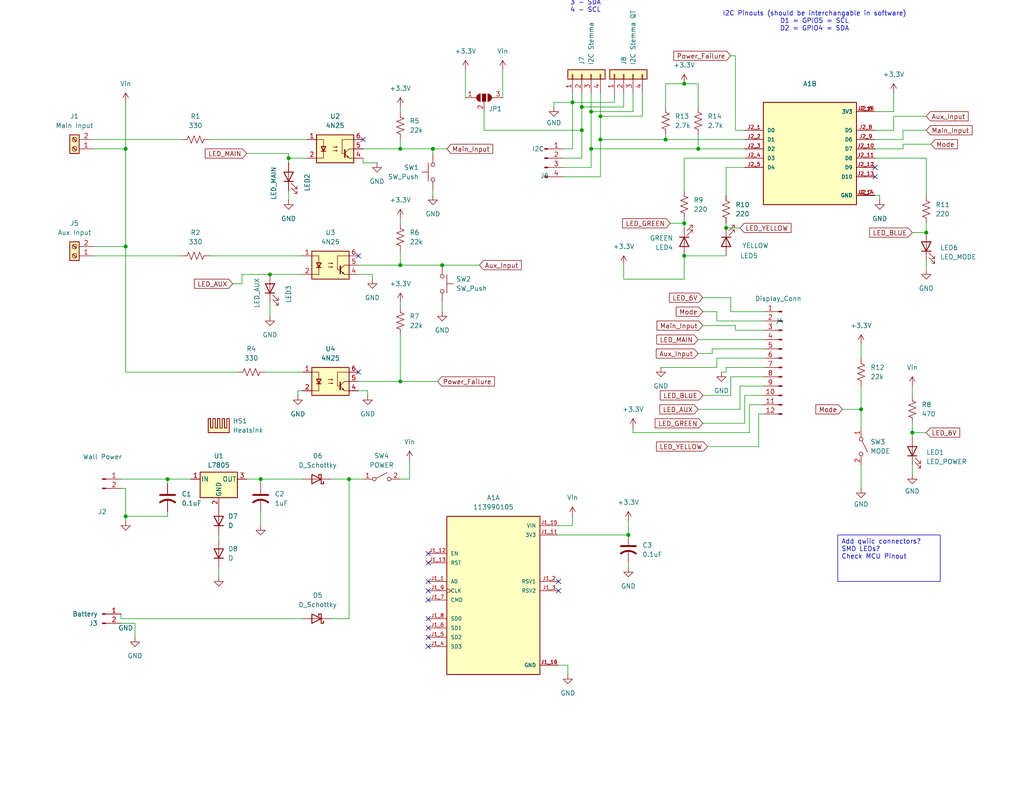
<source format=kicad_sch>
(kicad_sch (version 20250114) (generator "eeschema") (generator_version "9.0")
  (paper "USLetter")
  (title_block (title "Sump Pump Monitor") (date "2025-04-08") (rev "1.0"))
  (lib_symbols
    (symbol "Connector:Conn_01x02_Pin" (pin_names (offset 1.016) (hide yes))
      (property "Reference" "J" (at 0 2.54 0))
      (property "Value" "Conn_01x02_Pin" (at 0 -5.08 0))
      (symbol "Conn_01x02_Pin_1_1"
        (pin passive line (at 5.08 0 180) (length 3.81) (name "Pin_1") (number "1"))
        (pin passive line (at 5.08 -2.54 180) (length 3.81) (name "Pin_2") (number "2"))
      )
    )
    (symbol "Connector:Conn_01x04_Pin" (pin_names (offset 1.016) (hide yes))
      (property "Reference" "J" (at 0 5.08 0))
      (property "Value" "Conn_01x04_Pin" (at 0 -7.62 0))
      (symbol "Conn_01x04_Pin_1_1"
        (pin passive line (at 5.08 2.54 180) (length 3.81) (name "Pin_1") (number "1"))
        (pin passive line (at 5.08 0 180) (length 3.81) (name "Pin_2") (number "2"))
        (pin passive line (at 5.08 -2.54 180) (length 3.81) (name "Pin_3") (number "3"))
        (pin passive line (at 5.08 -5.08 180) (length 3.81) (name "Pin_4") (number "4"))
      )
    )
    (symbol "Connector:Conn_01x12_Pin" (pin_names (offset 1.016) (hide yes))
      (property "Reference" "J" (at 0 15.24 0))
      (property "Value" "Conn_01x12_Pin" (at 0 -17.78 0))
      (symbol "Conn_01x12_Pin_1_1"
        (pin passive line (at 5.08 12.7 180) (length 3.81) (name "Pin_1") (number "1"))
        (pin passive line (at 5.08 10.16 180) (length 3.81) (name "Pin_2") (number "2"))
        (pin passive line (at 5.08 7.62 180) (length 3.81) (name "Pin_3") (number "3"))
        (pin passive line (at 5.08 5.08 180) (length 3.81) (name "Pin_4") (number "4"))
        (pin passive line (at 5.08 2.54 180) (length 3.81) (name "Pin_5") (number "5"))
        (pin passive line (at 5.08 0 180) (length 3.81) (name "Pin_6") (number "6"))
        (pin passive line (at 5.08 -2.54 180) (length 3.81) (name "Pin_7") (number "7"))
        (pin passive line (at 5.08 -5.08 180) (length 3.81) (name "Pin_8") (number "8"))
        (pin passive line (at 5.08 -7.62 180) (length 3.81) (name "Pin_9") (number "9"))
        (pin passive line (at 5.08 -10.16 180) (length 3.81) (name "Pin_10") (number "10"))
        (pin passive line (at 5.08 -12.7 180) (length 3.81) (name "Pin_11") (number "11"))
        (pin passive line (at 5.08 -15.24 180) (length 3.81) (name "Pin_12") (number "12"))
      )
    )
    (symbol "Connector:Screw_Terminal_01x02" (pin_names (offset 1.016) (hide yes))
      (property "Reference" "J" (at 0 2.54 0))
      (property "Value" "Screw_Terminal_01x02" (at 0 -5.08 0))
      (symbol "Screw_Terminal_01x02_1_1"
        (pin passive line (at -5.08 0 0) (length 3.81) (name "Pin_1") (number "1"))
        (pin passive line (at -5.08 -2.54 0) (length 3.81) (name "Pin_2") (number "2"))
      )
    )
    (symbol "Connector_Generic:Conn_01x04" (pin_names (offset 1.016) (hide yes))
      (property "Reference" "J" (at 0 5.08 0))
      (property "Value" "Conn_01x04" (at 0 -7.62 0))
      (symbol "Conn_01x04_1_1"
        (pin passive line (at -5.08 2.54 0) (length 3.81) (name "Pin_1") (number "1"))
        (pin passive line (at -5.08 0 0) (length 3.81) (name "Pin_2") (number "2"))
        (pin passive line (at -5.08 -2.54 0) (length 3.81) (name "Pin_3") (number "3"))
        (pin passive line (at -5.08 -5.08 0) (length 3.81) (name "Pin_4") (number "4"))
      )
    )
    (symbol "Device:C_US" (pin_numbers (hide yes)) (pin_names (offset 0.254) (hide yes))
      (property "Reference" "C" (at 0.635 2.54 0))
      (property "Value" "C_US" (at 0.635 -2.54 0))
      (symbol "C_US_1_1"
        (pin passive line (at 0 3.81 270) (length 2.794) (name "~") (number "1"))
        (pin passive line (at 0 -3.81 90) (length 3.302) (name "~") (number "2"))
      )
    )
    (symbol "Device:D" (pin_numbers (hide yes)) (pin_names (offset 1.016) (hide yes))
      (property "Reference" "D" (at 0 2.54 0))
      (property "Value" "D" (at 0 -2.54 0))
      (symbol "D_1_1"
        (pin passive line (at -3.81 0 0) (length 2.54) (name "K") (number "1"))
        (pin passive line (at 3.81 0 180) (length 2.54) (name "A") (number "2"))
      )
    )
    (symbol "Device:D_Schottky" (pin_numbers (hide yes)) (pin_names (offset 1.016) (hide yes))
      (property "Reference" "D" (at 0 2.54 0))
      (property "Value" "D_Schottky" (at 0 -2.54 0))
      (symbol "D_Schottky_1_1"
        (pin passive line (at -3.81 0 0) (length 2.54) (name "K") (number "1"))
        (pin passive line (at 3.81 0 180) (length 2.54) (name "A") (number "2"))
      )
    )
    (symbol "Device:LED" (pin_numbers (hide yes)) (pin_names (offset 1.016) (hide yes))
      (property "Reference" "D" (at 0 2.54 0))
      (property "Value" "LED" (at 0 -2.54 0))
      (symbol "LED_1_1"
        (pin passive line (at -3.81 0 0) (length 2.54) (name "K") (number "1"))
        (pin passive line (at 3.81 0 180) (length 2.54) (name "A") (number "2"))
      )
    )
    (symbol "Device:R_US" (pin_numbers (hide yes)) (pin_names (offset 0))
      (property "Reference" "R" (at 2.54 0 90))
      (property "Value" "R_US" (at -2.54 0 90))
      (symbol "R_US_1_1"
        (pin passive line (at 0 3.81 270) (length 1.27) (name "~") (number "1"))
        (pin passive line (at 0 -3.81 90) (length 1.27) (name "~") (number "2"))
      )
    )
    (symbol "Isolator:4N25" (pin_names (offset 1.016))
      (property "Reference" "U" (at -5.08 5.08 0))
      (property "Value" "4N25" (at 0 5.08 0))
      (symbol "4N25_1_1"
        (pin passive line (at -7.62 2.54 0) (length 2.54) (name "~") (number "1"))
        (pin passive line (at -7.62 -2.54 0) (length 2.54) (name "~") (number "2"))
        (pin no_connect line (at -5.08 0 0) (length 2.54) (hide yes) (name "NC") (number "3"))
        (pin passive line (at 7.62 2.54 180) (length 2.54) (name "~") (number "6"))
        (pin passive line (at 7.62 0 180) (length 2.54) (name "~") (number "5"))
        (pin passive line (at 7.62 -2.54 180) (length 2.54) (name "~") (number "4"))
      )
    )
    (symbol "Jumper:SolderJumper_3_Open" (pin_names (offset 0) (hide yes)) (in_bom no)
      (property "Reference" "JP" (at -2.54 -2.54 0))
      (property "Value" "SolderJumper_3_Open" (at 0 2.794 0))
      (symbol "SolderJumper_3_Open_1_1"
        (pin passive line (at -5.08 0 0) (length 2.54) (name "A") (number "1"))
        (pin passive line (at 0 -3.81 90) (length 2.54) (name "C") (number "2"))
        (pin passive line (at 5.08 0 180) (length 2.54) (name "B") (number "3"))
      )
    )
    (symbol "Mechanical:Heatsink" (pin_names (offset 1.016))
      (property "Reference" "HS" (at 0 5.08 0))
      (property "Value" "Heatsink" (at 0 -1.27 0))
    )
    (symbol "Mechanical:MountingHole" (pin_names (offset 1.016)) (in_bom no)
      (property "Reference" "H" (at 0 5.08 0))
      (property "Value" "MountingHole" (at 0 3.175 0))
    )
    (symbol "NodeMCU:113990105" (pin_names (offset 1.016))
      (property "Reference" "A" (at -12.7 21.59 0))
      (property "Value" "113990105" (at -12.7 -24.13 0))
      (symbol "113990105_1_0"
        (pin input line (at -17.78 10.16 0) (length 5.08) (name "EN") (number "J1_12"))
        (pin input line (at -17.78 7.62 0) (length 5.08) (name "RST") (number "J1_13"))
        (pin bidirectional line (at -17.78 2.54 0) (length 5.08) (name "A0") (number "J1_1"))
        (pin bidirectional clock (at -17.78 0 0) (length 5.08) (name "CLK") (number "J1_9"))
        (pin bidirectional line (at -17.78 -2.54 0) (length 5.08) (name "CMD") (number "J1_7"))
        (pin bidirectional line (at -17.78 -7.62 0) (length 5.08) (name "SD0") (number "J1_8"))
        (pin bidirectional line (at -17.78 -10.16 0) (length 5.08) (name "SD1") (number "J1_6"))
        (pin bidirectional line (at -17.78 -12.7 0) (length 5.08) (name "SD2") (number "J1_5"))
        (pin bidirectional line (at -17.78 -15.24 0) (length 5.08) (name "SD3") (number "J1_4"))
        (pin power_in line (at 17.78 17.78 180) (length 5.08) (name "VIN") (number "J1_15"))
        (pin power_in line (at 17.78 15.24 180) (length 5.08) (name "3V3") (number "J1_11"))
        (pin bidirectional line (at 17.78 2.54 180) (length 5.08) (name "RSV1") (number "J1_2"))
        (pin bidirectional line (at 17.78 0 180) (length 5.08) (name "RSV2") (number "J1_3"))
        (pin power_in line (at 17.78 -20.32 180) (length 5.08) (name "GND") (number "J1_10"))
        (pin power_in line (at 17.78 -20.32 180) (length 5.08) (name "GND") (number "J1_14"))
      )
      (symbol "113990105_2_0"
        (pin bidirectional line (at -17.78 5.08 0) (length 5.08) (name "D0") (number "J2_1"))
        (pin bidirectional line (at -17.78 2.54 0) (length 5.08) (name "D1") (number "J2_2"))
        (pin bidirectional line (at -17.78 0 0) (length 5.08) (name "D2") (number "J2_3"))
        (pin bidirectional line (at -17.78 -2.54 0) (length 5.08) (name "D3") (number "J2_4"))
        (pin bidirectional line (at -17.78 -5.08 0) (length 5.08) (name "D4") (number "J2_5"))
        (pin power_in line (at 17.78 10.16 180) (length 5.08) (name "3V3") (number "J2_15"))
        (pin power_in line (at 17.78 10.16 180) (length 5.08) (name "3V3") (number "J2_6"))
        (pin bidirectional line (at 17.78 5.08 180) (length 5.08) (name "D5") (number "J2_8"))
        (pin bidirectional line (at 17.78 2.54 180) (length 5.08) (name "D6") (number "J2_9"))
        (pin bidirectional line (at 17.78 0 180) (length 5.08) (name "D7") (number "J2_10"))
        (pin bidirectional line (at 17.78 -2.54 180) (length 5.08) (name "D8") (number "J2_11"))
        (pin bidirectional line (at 17.78 -5.08 180) (length 5.08) (name "D9") (number "J2_12"))
        (pin bidirectional line (at 17.78 -7.62 180) (length 5.08) (name "D10") (number "J2_13"))
        (pin power_in line (at 17.78 -12.7 180) (length 5.08) (name "GND") (number "J2_14"))
        (pin power_in line (at 17.78 -12.7 180) (length 5.08) (name "GND") (number "J2_7"))
      )
    )
    (symbol "Regulator_Linear:L7805" (pin_names (offset 0.254))
      (property "Reference" "U" (at -3.81 3.175 0))
      (property "Value" "L7805" (at 0 3.175 0))
      (symbol "L7805_1_1"
        (pin power_in line (at -7.62 0 0) (length 2.54) (name "IN") (number "1"))
        (pin power_in line (at 0 -7.62 90) (length 2.54) (name "GND") (number "2"))
        (pin power_out line (at 7.62 0 180) (length 2.54) (name "OUT") (number "3"))
      )
    )
    (symbol "Switch:SW_Push" (pin_numbers (hide yes)) (pin_names (offset 1.016) (hide yes))
      (property "Reference" "SW" (at 1.27 2.54 0))
      (property "Value" "SW_Push" (at 0 -1.524 0))
      (symbol "SW_Push_0_1"
        (pin passive line (at -5.08 0 0) (length 2.54) (name "1") (number "1"))
        (pin passive line (at 5.08 0 180) (length 2.54) (name "2") (number "2"))
      )
    )
    (symbol "Switch:SW_SPST" (pin_names (offset 0) (hide yes))
      (property "Reference" "SW" (at 0 3.175 0))
      (property "Value" "SW_SPST" (at 0 -2.54 0))
      (symbol "SW_SPST_1_1"
        (pin passive line (at -5.08 0 0) (length 2.54) (name "A") (number "1"))
        (pin passive line (at 5.08 0 180) (length 2.54) (name "B") (number "2"))
      )
    )
    (symbol "power:+3.3V" (power) (pin_numbers (hide yes)) (pin_names (offset 0) (hide yes))
      (property "Value" "+3.3V" (at 0 3.556 0))
      (symbol "+3.3V_1_1"
        (pin power_in line (at 0 0 90) (length 0) (name "~") (number "1"))
      )
    )
    (symbol "power:+5V" (power) (pin_numbers (hide yes)) (pin_names (offset 0) (hide yes))
      (property "Value" "+5V" (at 0 3.556 0))
      (symbol "+5V_1_1"
        (pin power_in line (at 0 0 90) (length 0) (name "~") (number "1"))
      )
    )
    (symbol "power:GND" (power) (pin_numbers (hide yes)) (pin_names (offset 0) (hide yes))
      (property "Value" "GND" (at 0 -3.81 0))
      (symbol "GND_1_1"
        (pin power_in line (at 0 0 270) (length 0) (name "~") (number "1"))
      )
    )
  )
  (text "Stemma = JST SH (2 mm pitch)\nStemma QT / Qwiic = JST PH (1 mm pitch)\n1 - GND\n2 - VCC\n3 - SDA\n4 - SCL\n" (at 159.766 -2.286 0) (effects (font (size 1.27 1.27))))
  (text "I2C Pinouts (should be interchangable in software)\nD1 = GPIO5 = SCL\nD2 = GPIO4 = SDA" (at 222.25 5.842 0) (effects (font (size 1.27 1.27))))
  (text_box "Add qwiic connectors?\nSMD LEDs?\nCheck MCU Pinout" (at 228.6 146.05 0) (size 27.94 12.7) (margins 0.9525 0.9525 0.9525 0.9525) (effects (font (size 1.27 1.27)) (justify left top)))
  (junction (at 234.95 111.76))
  (junction (at 95.25 130.81))
  (junction (at 161.29 40.64))
  (junction (at 186.69 69.85))
  (junction (at 186.69 60.96))
  (junction (at 34.29 67.31))
  (junction (at 45.72 130.81))
  (junction (at 163.83 38.1))
  (junction (at 109.22 40.64))
  (junction (at 198.12 62.23))
  (junction (at 71.12 130.81))
  (junction (at 252.73 63.5))
  (junction (at 73.66 74.93))
  (junction (at 120.65 72.39))
  (junction (at 158.75 29.21))
  (junction (at 118.11 40.64))
  (junction (at 109.22 72.39))
  (junction (at 156.21 27.94))
  (junction (at 161.29 30.48))
  (junction (at 109.22 104.14))
  (junction (at 34.29 40.64))
  (junction (at 78.74 43.18))
  (junction (at 34.29 140.97))
  (junction (at 158.75 35.56))
  (junction (at 171.45 146.05))
  (junction (at 186.69 22.86))
  (junction (at 163.83 31.75))
  (junction (at 181.61 38.1))
  (junction (at 248.92 118.11))
  (junction (at 190.5 40.64))
  (no_connect (at 116.84 161.29))
  (no_connect (at 238.76 45.72))
  (no_connect (at 152.4 158.75))
  (no_connect (at 116.84 171.45))
  (no_connect (at 116.84 176.53))
  (no_connect (at 116.84 173.99))
  (no_connect (at 116.84 153.67))
  (no_connect (at 116.84 158.75))
  (no_connect (at 238.76 48.26))
  (no_connect (at 116.84 151.13))
  (no_connect (at 97.79 101.6))
  (no_connect (at 99.06 38.1))
  (no_connect (at 97.79 69.85))
  (no_connect (at 116.84 168.91))
  (no_connect (at 152.4 161.29))
  (no_connect (at 116.84 163.83))
  (wire (pts (xy 152.4 143.51) (xy 156.21 143.51)))
  (wire (pts (xy 158.75 29.21) (xy 158.75 25.4)))
  (wire (pts (xy 36.83 170.18) (xy 36.83 173.99)))
  (wire (pts (xy 109.22 82.55) (xy 109.22 83.82)))
  (wire (pts (xy 67.31 130.81) (xy 71.12 130.81)))
  (wire (pts (xy 59.69 146.05) (xy 59.69 147.32)))
  (wire (pts (xy 161.29 45.72) (xy 161.29 40.64)))
  (wire (pts (xy 208.28 87.63) (xy 195.58 87.63)))
  (wire (pts (xy 156.21 40.64) (xy 156.21 27.94)))
  (wire (pts (xy 195.58 87.63) (xy 195.58 85.09)))
  (wire (pts (xy 167.64 25.4) (xy 167.64 27.94)))
  (wire (pts (xy 151.13 29.21) (xy 151.13 27.94)))
  (wire (pts (xy 34.29 40.64) (xy 34.29 67.31)))
  (wire (pts (xy 234.95 127) (xy 234.95 133.35)))
  (wire (pts (xy 154.94 184.15) (xy 154.94 181.61)))
  (wire (pts (xy 102.87 44.45) (xy 99.06 44.45)))
  (wire (pts (xy 234.95 111.76) (xy 229.87 111.76)))
  (wire (pts (xy 34.29 133.35) (xy 34.29 140.97)))
  (wire (pts (xy 109.22 130.81) (xy 111.76 130.81)))
  (wire (pts (xy 73.66 74.93) (xy 82.55 74.93)))
  (wire (pts (xy 246.38 35.56) (xy 252.73 35.56)))
  (wire (pts (xy 33.02 167.64) (xy 33.02 168.91)))
  (wire (pts (xy 204.47 110.49) (xy 208.28 110.49)))
  (wire (pts (xy 99.06 40.64) (xy 109.22 40.64)))
  (wire (pts (xy 137.16 19.05) (xy 137.16 26.67)))
  (wire (pts (xy 199.39 102.87) (xy 208.28 102.87)))
  (wire (pts (xy 163.83 38.1) (xy 181.61 38.1)))
  (wire (pts (xy 198.12 100.33) (xy 198.12 101.6)))
  (wire (pts (xy 82.55 130.81) (xy 71.12 130.81)))
  (wire (pts (xy 240.03 54.61) (xy 240.03 53.34)))
  (wire (pts (xy 181.61 38.1) (xy 203.2 38.1)))
  (wire (pts (xy 34.29 101.6) (xy 34.29 67.31)))
  (wire (pts (xy 190.5 111.76) (xy 201.93 111.76)))
  (wire (pts (xy 161.29 30.48) (xy 161.29 40.64)))
  (wire (pts (xy 101.6 76.2) (xy 101.6 74.93)))
  (wire (pts (xy 118.11 52.07) (xy 118.11 53.34)))
  (wire (pts (xy 171.45 146.05) (xy 152.4 146.05)))
  (wire (pts (xy 254 39.37) (xy 246.38 39.37)))
  (wire (pts (xy 170.18 25.4) (xy 170.18 29.21)))
  (wire (pts (xy 64.77 101.6) (xy 34.29 101.6)))
  (wire (pts (xy 190.5 29.21) (xy 190.5 22.86)))
  (wire (pts (xy 182.88 60.96) (xy 186.69 60.96)))
  (wire (pts (xy 163.83 31.75) (xy 163.83 38.1)))
  (wire (pts (xy 109.22 40.64) (xy 118.11 40.64)))
  (wire (pts (xy 71.12 139.7) (xy 71.12 143.51)))
  (wire (pts (xy 158.75 35.56) (xy 158.75 43.18)))
  (wire (pts (xy 172.72 25.4) (xy 172.72 30.48)))
  (wire (pts (xy 45.72 130.81) (xy 45.72 132.08)))
  (wire (pts (xy 171.45 142.24) (xy 171.45 146.05)))
  (wire (pts (xy 109.22 104.14) (xy 119.38 104.14)))
  (wire (pts (xy 234.95 111.76) (xy 234.95 116.84)))
  (wire (pts (xy 95.25 130.81) (xy 95.25 168.91)))
  (wire (pts (xy 132.08 35.56) (xy 158.75 35.56)))
  (wire (pts (xy 170.18 29.21) (xy 158.75 29.21)))
  (wire (pts (xy 78.74 43.18) (xy 78.74 44.45)))
  (wire (pts (xy 190.5 92.71) (xy 208.28 92.71)))
  (wire (pts (xy 33.02 133.35) (xy 34.29 133.35)))
  (wire (pts (xy 191.77 88.9) (xy 200.66 88.9)))
  (wire (pts (xy 198.12 45.72) (xy 198.12 53.34)))
  (wire (pts (xy 195.58 97.79) (xy 208.28 97.79)))
  (wire (pts (xy 243.84 35.56) (xy 243.84 31.75)))
  (wire (pts (xy 200.66 88.9) (xy 200.66 90.17)))
  (wire (pts (xy 90.17 130.81) (xy 95.25 130.81)))
  (wire (pts (xy 109.22 68.58) (xy 109.22 72.39)))
  (wire (pts (xy 100.33 107.95) (xy 100.33 106.68)))
  (wire (pts (xy 186.69 60.96) (xy 186.69 62.23)))
  (wire (pts (xy 198.12 62.23) (xy 201.93 62.23)))
  (wire (pts (xy 194.31 96.52) (xy 190.5 96.52)))
  (wire (pts (xy 45.72 139.7) (xy 45.72 140.97)))
  (wire (pts (xy 171.45 153.67) (xy 171.45 154.94)))
  (wire (pts (xy 234.95 93.98) (xy 234.95 97.79)))
  (wire (pts (xy 181.61 36.83) (xy 181.61 38.1)))
  (wire (pts (xy 34.29 27.94) (xy 34.29 40.64)))
  (wire (pts (xy 156.21 25.4) (xy 156.21 27.94)))
  (wire (pts (xy 72.39 101.6) (xy 82.55 101.6)))
  (wire (pts (xy 66.04 74.93) (xy 73.66 74.93)))
  (wire (pts (xy 57.15 38.1) (xy 83.82 38.1)))
  (wire (pts (xy 199.39 107.95) (xy 199.39 102.87)))
  (wire (pts (xy 246.38 35.56) (xy 246.38 38.1)))
  (wire (pts (xy 246.38 38.1) (xy 238.76 38.1)))
  (wire (pts (xy 25.4 40.64) (xy 34.29 40.64)))
  (wire (pts (xy 109.22 29.21) (xy 109.22 30.48)))
  (wire (pts (xy 191.77 107.95) (xy 199.39 107.95)))
  (wire (pts (xy 180.34 100.33) (xy 195.58 100.33)))
  (wire (pts (xy 45.72 130.81) (xy 52.07 130.81)))
  (wire (pts (xy 200.66 35.56) (xy 203.2 35.56)))
  (wire (pts (xy 243.84 30.48) (xy 243.84 25.4)))
  (wire (pts (xy 57.15 69.85) (xy 82.55 69.85)))
  (wire (pts (xy 78.74 41.91) (xy 78.74 43.18)))
  (wire (pts (xy 158.75 29.21) (xy 158.75 35.56)))
  (wire (pts (xy 81.28 106.68) (xy 81.28 107.95)))
  (wire (pts (xy 191.77 115.57) (xy 203.2 115.57)))
  (wire (pts (xy 186.69 22.86) (xy 181.61 22.86)))
  (wire (pts (xy 207.01 113.03) (xy 208.28 113.03)))
  (wire (pts (xy 127 19.05) (xy 127 26.67)))
  (wire (pts (xy 240.03 53.34) (xy 238.76 53.34)))
  (wire (pts (xy 181.61 22.86) (xy 181.61 29.21)))
  (wire (pts (xy 120.65 72.39) (xy 130.81 72.39)))
  (wire (pts (xy 200.66 90.17) (xy 208.28 90.17)))
  (wire (pts (xy 238.76 30.48) (xy 243.84 30.48)))
  (wire (pts (xy 190.5 40.64) (xy 203.2 40.64)))
  (wire (pts (xy 78.74 52.07) (xy 78.74 54.61)))
  (wire (pts (xy 25.4 67.31) (xy 34.29 67.31)))
  (wire (pts (xy 200.66 15.24) (xy 200.66 35.56)))
  (wire (pts (xy 161.29 40.64) (xy 190.5 40.64)))
  (wire (pts (xy 208.28 100.33) (xy 198.12 100.33)))
  (wire (pts (xy 90.17 168.91) (xy 95.25 168.91)))
  (wire (pts (xy 193.04 121.92) (xy 207.01 121.92)))
  (wire (pts (xy 172.72 30.48) (xy 161.29 30.48)))
  (wire (pts (xy 208.28 95.25) (xy 194.31 95.25)))
  (wire (pts (xy 33.02 168.91) (xy 82.55 168.91)))
  (wire (pts (xy 203.2 115.57) (xy 203.2 107.95)))
  (wire (pts (xy 201.93 111.76) (xy 201.93 105.41)))
  (wire (pts (xy 34.29 142.24) (xy 34.29 140.97)))
  (wire (pts (xy 97.79 72.39) (xy 109.22 72.39)))
  (wire (pts (xy 120.65 82.55) (xy 120.65 85.09)))
  (wire (pts (xy 248.92 105.41) (xy 248.92 107.95)))
  (wire (pts (xy 248.92 127) (xy 248.92 129.54)))
  (wire (pts (xy 59.69 154.94) (xy 59.69 157.48)))
  (wire (pts (xy 252.73 43.18) (xy 252.73 53.34)))
  (wire (pts (xy 252.73 60.96) (xy 252.73 63.5)))
  (wire (pts (xy 71.12 130.81) (xy 71.12 132.08)))
  (wire (pts (xy 170.18 72.39) (xy 170.18 76.2)))
  (wire (pts (xy 25.4 69.85) (xy 49.53 69.85)))
  (wire (pts (xy 163.83 48.26) (xy 163.83 38.1)))
  (wire (pts (xy 167.64 27.94) (xy 156.21 27.94)))
  (wire (pts (xy 101.6 74.93) (xy 97.79 74.93)))
  (wire (pts (xy 67.31 41.91) (xy 78.74 41.91)))
  (wire (pts (xy 243.84 31.75) (xy 252.73 31.75)))
  (wire (pts (xy 194.31 95.25) (xy 194.31 96.52)))
  (wire (pts (xy 199.39 85.09) (xy 208.28 85.09)))
  (wire (pts (xy 198.12 101.6) (xy 196.85 101.6)))
  (wire (pts (xy 175.26 31.75) (xy 163.83 31.75)))
  (wire (pts (xy 78.74 43.18) (xy 83.82 43.18)))
  (wire (pts (xy 172.72 118.11) (xy 204.47 118.11)))
  (wire (pts (xy 36.83 170.18) (xy 33.02 170.18)))
  (wire (pts (xy 248.92 118.11) (xy 252.73 118.11)))
  (wire (pts (xy 163.83 25.4) (xy 163.83 31.75)))
  (wire (pts (xy 153.67 45.72) (xy 161.29 45.72)))
  (wire (pts (xy 63.5 77.47) (xy 66.04 77.47)))
  (wire (pts (xy 186.69 43.18) (xy 186.69 52.07)))
  (wire (pts (xy 190.5 22.86) (xy 186.69 22.86)))
  (wire (pts (xy 154.94 181.61) (xy 152.4 181.61)))
  (wire (pts (xy 238.76 35.56) (xy 243.84 35.56)))
  (wire (pts (xy 156.21 143.51) (xy 156.21 140.97)))
  (wire (pts (xy 199.39 15.24) (xy 200.66 15.24)))
  (wire (pts (xy 198.12 45.72) (xy 203.2 45.72)))
  (wire (pts (xy 207.01 121.92) (xy 207.01 113.03)))
  (wire (pts (xy 132.08 30.48) (xy 132.08 35.56)))
  (wire (pts (xy 111.76 130.81) (xy 111.76 125.73)))
  (wire (pts (xy 190.5 36.83) (xy 190.5 40.64)))
  (wire (pts (xy 248.92 118.11) (xy 248.92 119.38)))
  (wire (pts (xy 203.2 107.95) (xy 208.28 107.95)))
  (wire (pts (xy 191.77 81.28) (xy 199.39 81.28)))
  (wire (pts (xy 186.69 59.69) (xy 186.69 60.96)))
  (wire (pts (xy 73.66 82.55) (xy 73.66 86.36)))
  (wire (pts (xy 153.67 43.18) (xy 158.75 43.18)))
  (wire (pts (xy 109.22 59.69) (xy 109.22 60.96)))
  (wire (pts (xy 246.38 40.64) (xy 238.76 40.64)))
  (wire (pts (xy 186.69 76.2) (xy 186.69 69.85)))
  (wire (pts (xy 82.55 106.68) (xy 81.28 106.68)))
  (wire (pts (xy 97.79 104.14) (xy 109.22 104.14)))
  (wire (pts (xy 25.4 38.1) (xy 49.53 38.1)))
  (wire (pts (xy 109.22 104.14) (xy 109.22 91.44)))
  (wire (pts (xy 161.29 25.4) (xy 161.29 30.48)))
  (wire (pts (xy 204.47 118.11) (xy 204.47 110.49)))
  (wire (pts (xy 195.58 85.09) (xy 191.77 85.09)))
  (wire (pts (xy 66.04 77.47) (xy 66.04 74.93)))
  (wire (pts (xy 252.73 63.5) (xy 248.92 63.5)))
  (wire (pts (xy 234.95 105.41) (xy 234.95 111.76)))
  (wire (pts (xy 99.06 44.45) (xy 99.06 43.18)))
  (wire (pts (xy 118.11 40.64) (xy 121.92 40.64)))
  (wire (pts (xy 186.69 43.18) (xy 203.2 43.18)))
  (wire (pts (xy 153.67 48.26) (xy 163.83 48.26)))
  (wire (pts (xy 198.12 60.96) (xy 198.12 62.23)))
  (wire (pts (xy 170.18 76.2) (xy 186.69 76.2)))
  (wire (pts (xy 95.25 130.81) (xy 99.06 130.81)))
  (wire (pts (xy 109.22 38.1) (xy 109.22 40.64)))
  (wire (pts (xy 252.73 43.18) (xy 238.76 43.18)))
  (wire (pts (xy 186.69 69.85) (xy 198.12 69.85)))
  (wire (pts (xy 33.02 130.81) (xy 45.72 130.81)))
  (wire (pts (xy 248.92 115.57) (xy 248.92 118.11)))
  (wire (pts (xy 175.26 25.4) (xy 175.26 31.75)))
  (wire (pts (xy 246.38 39.37) (xy 246.38 40.64)))
  (wire (pts (xy 34.29 140.97) (xy 45.72 140.97)))
  (wire (pts (xy 153.67 40.64) (xy 156.21 40.64)))
  (wire (pts (xy 151.13 27.94) (xy 156.21 27.94)))
  (wire (pts (xy 118.11 41.91) (xy 118.11 40.64)))
  (wire (pts (xy 199.39 81.28) (xy 199.39 85.09)))
  (wire (pts (xy 195.58 100.33) (xy 195.58 97.79)))
  (wire (pts (xy 201.93 105.41) (xy 208.28 105.41)))
  (wire (pts (xy 109.22 72.39) (xy 120.65 72.39)))
  (wire (pts (xy 252.73 71.12) (xy 252.73 73.66)))
  (wire (pts (xy 100.33 106.68) (xy 97.79 106.68)))
  (wire (pts (xy 172.72 116.84) (xy 172.72 118.11)))
  (global_label "LED_AUX" (shape input) (at 63.5 77.47 180) (property "Intersheetrefs" "${INTERSHEET_REFS}" (effects (hide yes))))
  (global_label "Mode" (shape input) (at 254 39.37 0) (property "Intersheetrefs" "${INTERSHEET_REFS}" (effects (hide yes))))
  (global_label "Power_Failure" (shape input) (at 199.39 15.24 180) (property "Intersheetrefs" "${INTERSHEET_REFS}" (effects (hide yes))))
  (global_label "LED_MAIN" (shape input) (at 190.5 92.71 180) (property "Intersheetrefs" "${INTERSHEET_REFS}" (effects (hide yes))))
  (global_label "LED_AUX" (shape input) (at 190.5 111.76 180) (property "Intersheetrefs" "${INTERSHEET_REFS}" (effects (hide yes))))
  (global_label "LED_MAIN" (shape input) (at 67.31 41.91 180) (property "Intersheetrefs" "${INTERSHEET_REFS}" (effects (hide yes))))
  (global_label "Aux_Input" (shape input) (at 130.81 72.39 0) (property "Intersheetrefs" "${INTERSHEET_REFS}" (effects (hide yes))))
  (global_label "LED_GREEN" (shape input) (at 191.77 115.57 180) (property "Intersheetrefs" "${INTERSHEET_REFS}" (effects (hide yes))))
  (global_label "LED_6V" (shape input) (at 191.77 81.28 180) (property "Intersheetrefs" "${INTERSHEET_REFS}" (effects (hide yes))))
  (global_label "LED_YELLOW" (shape input) (at 201.93 62.23 0) (property "Intersheetrefs" "${INTERSHEET_REFS}" (effects (hide yes))))
  (global_label "LED_BLUE" (shape input) (at 191.77 107.95 180) (property "Intersheetrefs" "${INTERSHEET_REFS}" (effects (hide yes))))
  (global_label "LED_6V" (shape input) (at 252.73 118.11 0) (property "Intersheetrefs" "${INTERSHEET_REFS}" (effects (hide yes))))
  (global_label "Power_Failure" (shape input) (at 119.38 104.14 0) (property "Intersheetrefs" "${INTERSHEET_REFS}" (effects (hide yes))))
  (global_label "LED_BLUE" (shape input) (at 248.92 63.5 180) (property "Intersheetrefs" "${INTERSHEET_REFS}" (effects (hide yes))))
  (global_label "Aux_Input" (shape input) (at 252.73 31.75 0) (property "Intersheetrefs" "${INTERSHEET_REFS}" (effects (hide yes))))
  (global_label "Aux_Input" (shape input) (at 190.5 96.52 180) (property "Intersheetrefs" "${INTERSHEET_REFS}" (effects (hide yes))))
  (global_label "Main_Input" (shape input) (at 252.73 35.56 0) (property "Intersheetrefs" "${INTERSHEET_REFS}" (effects (hide yes))))
  (global_label "Mode" (shape input) (at 191.77 85.09 180) (property "Intersheetrefs" "${INTERSHEET_REFS}" (effects (hide yes))))
  (global_label "Mode" (shape input) (at 229.87 111.76 180) (property "Intersheetrefs" "${INTERSHEET_REFS}" (effects (hide yes))))
  (global_label "LED_YELLOW" (shape input) (at 193.04 121.92 180) (property "Intersheetrefs" "${INTERSHEET_REFS}" (effects (hide yes))))
  (global_label "LED_GREEN" (shape input) (at 182.88 60.96 180) (property "Intersheetrefs" "${INTERSHEET_REFS}" (effects (hide yes))))
  (global_label "Main_Input" (shape input) (at 191.77 88.9 180) (property "Intersheetrefs" "${INTERSHEET_REFS}" (effects (hide yes))))
  (global_label "Main_Input" (shape input) (at 121.92 40.64 0) (property "Intersheetrefs" "${INTERSHEET_REFS}" (effects (hide yes))))
  (symbol (lib_id "power:+3.3V") (at 109.22 59.69 0) (unit 1)
    (property "Reference" "#PWR09" (effects (hide yes)))
    (property "Value" "+3.3V" (at 109.22 54.61 0))
    (property "Description" "Power symbol creates a global label with name \"+3.3V\"" (effects (hide yes)))
  )
  (symbol (lib_id "Device:D") (at 59.69 151.13 90) (unit 1)
    (property "Reference" "D8" (at 62.23 149.8599 90) (effects (justify right)))
    (property "Value" "D" (at 62.23 152.3999 90) (effects (justify right)))
    (property "Footprint" "Diode_THT:D_DO-15_P10.16mm_Horizontal" (effects (hide yes)))
    (property "Description" "Diode" (effects (hide yes)))
    (property "Sim.Device" "D" (effects (hide yes)))
    (property "Sim.Pins" "1=K 2=A" (effects (hide yes)))
  )
  (symbol (lib_id "Device:D") (at 59.69 142.24 90) (unit 1)
    (property "Reference" "D7" (at 62.23 140.9699 90) (effects (justify right)))
    (property "Value" "D" (at 62.23 143.5099 90) (effects (justify right)))
    (property "Footprint" "Diode_THT:D_DO-15_P10.16mm_Horizontal" (effects (hide yes)))
    (property "Description" "Diode" (effects (hide yes)))
    (property "Sim.Device" "D" (effects (hide yes)))
    (property "Sim.Pins" "1=K 2=A" (effects (hide yes)))
  )
  (symbol (lib_id "Connector_Generic:Conn_01x04") (at 158.75 20.32 90) (unit 1)
    (property "Reference" "J7" (at 158.7499 17.78 0) (effects (justify left)))
    (property "Value" "I2C Stemma" (at 161.2899 17.78 0) (effects (justify left)))
    (property "Footprint" "Connector_JST:JST_PH_B4B-PH-SM4-TB_1x04-1MP_P2.00mm_Vertical" (effects (hide yes)))
    (property "Description" "Generic connector, single row, 01x04, script generated (kicad-library-utils/schlib/autogen/connector/)" (effects (hide yes)))
  )
  (symbol (lib_id "power:GND") (at 73.66 86.36 0) (unit 1)
    (property "Reference" "#PWR02" (effects (hide yes)))
    (property "Value" "GND" (at 73.66 91.44 0))
    (property "Description" "Power symbol creates a global label with name \"GND\" , ground" (effects (hide yes)))
  )
  (symbol (lib_id "power:GND") (at 252.73 73.66 0) (unit 1)
    (property "Reference" "#PWR021" (effects (hide yes)))
    (property "Value" "GND" (at 252.73 78.74 0))
    (property "Description" "Power symbol creates a global label with name \"GND\" , ground" (effects (hide yes)))
  )
  (symbol (lib_id "Regulator_Linear:L7805") (at 59.69 130.81 0) (unit 1)
    (property "Reference" "U1" (at 59.69 124.46 0))
    (property "Value" "L7805" (at 59.69 127 0))
    (property "Footprint" "Package_TO_SOT_THT:TO-220-3_Vertical" (effects (hide yes)))
    (property "Datasheet" "http://www.st.com/content/ccc/resource/technical/document/datasheet/41/4f/b3/b0/12/d4/47/88/CD00000444.pdf/files/CD00000444.pdf/jcr:content/translations/en.CD00000444.pdf" (effects (hide yes)))
    (property "Description" "Positive 1.5A 35V Linear Regulator, Fixed Output 5V, TO-220/TO-263/TO-252" (effects (hide yes)))
  )
  (symbol (lib_id "power:GND") (at 100.33 107.95 0) (unit 1)
    (property "Reference" "#PWR07" (effects (hide yes)))
    (property "Value" "GND" (at 100.33 113.03 0))
    (property "Description" "Power symbol creates a global label with name \"GND\" , ground" (effects (hide yes)))
  )
  (symbol (lib_id "Device:D_Schottky") (at 86.36 168.91 180) (unit 1)
    (property "Reference" "D5" (at 86.6775 162.56 0))
    (property "Value" "D_Schottky" (at 86.6775 165.1 0))
    (property "Footprint" "Diode_THT:D_DO-15_P10.16mm_Horizontal" (effects (hide yes)))
    (property "Description" "Schottky diode" (effects (hide yes)))
  )
  (symbol (lib_id "Device:R_US") (at 109.22 34.29 0) (unit 1)
    (property "Reference" "R5" (at 111.76 33.0199 0) (effects (justify left)))
    (property "Value" "22k" (at 111.76 35.5599 0) (effects (justify left)))
    (property "Footprint" "Resistor_THT:R_Axial_DIN0207_L6.3mm_D2.5mm_P10.16mm_Horizontal" (effects (hide yes)))
    (property "Description" "Resistor, US symbol" (effects (hide yes)))
  )
  (symbol (lib_id "Device:C_US") (at 171.45 149.86 0) (unit 1)
    (property "Reference" "C3" (at 175.26 148.8439 0) (effects (justify left)))
    (property "Value" "0.1uF" (at 175.26 151.3839 0) (effects (justify left)))
    (property "Footprint" "Capacitor_THT:CP_Radial_Tantal_D4.5mm_P2.50mm" (effects (hide yes)))
    (property "Description" "capacitor, US symbol" (effects (hide yes)))
  )
  (symbol (lib_id "Connector:Conn_01x04_Pin") (at 148.59 43.18 0) (unit 1)
    (property "Reference" "J6" (at 148.59 48.006 0))
    (property "Value" "I2C" (at 146.812 40.64 0))
    (property "Footprint" "Connector_JST:JST_XH_B4B-XH-A_1x04_P2.50mm_Vertical" (effects (hide yes)))
    (property "Description" "Generic connector, single row, 01x04, script generated" (effects (hide yes)))
  )
  (symbol (lib_id "power:+5V") (at 34.29 27.94 0) (unit 1)
    (property "Reference" "#PWR04" (effects (hide yes)))
    (property "Value" "Vin" (at 34.29 22.86 0))
    (property "Description" "Power symbol creates a global label with name \"+5V\"" (effects (hide yes)))
  )
  (symbol (lib_id "power:GND") (at 240.03 54.61 0) (unit 1)
    (property "Reference" "#PWR018" (effects (hide yes)))
    (property "Value" "GND" (at 240.03 59.69 0))
    (property "Description" "Power symbol creates a global label with name \"GND\" , ground" (effects (hide yes)))
  )
  (symbol (lib_id "Isolator:4N25") (at 90.17 104.14 0) (unit 1)
    (property "Reference" "U4" (at 90.17 95.25 0))
    (property "Value" "4N25" (at 90.17 97.79 0))
    (property "Footprint" "Package_DIP:DIP-6_W7.62mm" (effects (hide yes)))
    (property "Datasheet" "https://www.vishay.com/docs/83725/4n25.pdf" (effects (hide yes)))
    (property "Description" "DC Optocoupler Base Connected, Vce 30V, CTR 20%, Viso 2500V, DIP6" (effects (hide yes)))
  )
  (symbol (lib_id "power:GND") (at 120.65 85.09 0) (unit 1)
    (property "Reference" "#PWR026" (effects (hide yes)))
    (property "Value" "GND" (at 120.65 90.17 0))
    (property "Description" "Power symbol creates a global label with name \"GND\" , ground" (effects (hide yes)))
  )
  (symbol (lib_id "power:+3.3V") (at 186.69 22.86 0) (unit 1)
    (property "Reference" "#PWR034" (effects (hide yes)))
    (property "Value" "+3.3V" (at 186.69 17.78 0))
    (property "Description" "Power symbol creates a global label with name \"+3.3V\"" (effects (hide yes)))
  )
  (symbol (lib_id "power:GND") (at 102.87 44.45 0) (unit 1)
    (property "Reference" "#PWR05" (effects (hide yes)))
    (property "Value" "GND" (at 102.87 49.53 0))
    (property "Description" "Power symbol creates a global label with name \"GND\" , ground" (effects (hide yes)))
  )
  (symbol (lib_id "power:GND") (at 118.11 53.34 0) (unit 1)
    (property "Reference" "#PWR028" (effects (hide yes)))
    (property "Value" "GND" (at 118.11 58.42 0))
    (property "Description" "Power symbol creates a global label with name \"GND\" , ground" (effects (hide yes)))
  )
  (symbol (lib_id "Mechanical:MountingHole") (at 327.66 30.48 0) (unit 1) (in_bom no)
    (property "Reference" "H2" (at 330.2 29.2099 0) (effects (justify left)))
    (property "Value" "MountingHole" (at 330.2 31.7499 0) (effects (justify left)))
    (property "Footprint" "MountingHole:MountingHole_3.7mm" (effects (hide yes)))
    (property "Description" "Mounting Hole without connection" (effects (hide yes)))
  )
  (symbol (lib_id "Connector:Conn_01x12_Pin") (at 213.36 97.79 0) (mirror y) (unit 1)
    (property "Reference" "J4" (at 212.725 87.63 0))
    (property "Value" "Display_Conn" (at 212.344 81.534 0))
    (property "Footprint" "Connector_JST:JST_XH_B12B-XH-A_1x12_P2.50mm_Vertical" (effects (hide yes)))
    (property "Description" "Generic connector, single row, 01x12, script generated" (effects (hide yes)))
  )
  (symbol (lib_id "power:GND") (at 196.85 101.6 0) (unit 1)
    (property "Reference" "#PWR032" (effects (hide yes)))
    (property "Value" "GND" (at 196.85 106.68 0))
    (property "Description" "Power symbol creates a global label with name \"GND\" , ground" (effects (hide yes)))
  )
  (symbol (lib_id "power:+3.3V") (at 243.84 25.4 0) (unit 1)
    (property "Reference" "#PWR017" (effects (hide yes)))
    (property "Value" "+3.3V" (at 243.84 20.32 0))
    (property "Description" "Power symbol creates a global label with name \"+3.3V\"" (effects (hide yes)))
  )
  (symbol (lib_id "Device:LED") (at 198.12 66.04 90) (mirror x) (unit 1)
    (property "Reference" "LED5" (at 201.93 69.85 90) (effects (justify right)))
    (property "Value" "YELLOW" (at 202.438 67.056 90) (effects (justify right)))
    (property "Description" "Light emitting diode" (effects (hide yes)))
    (property "Sim.Pins" "1=K 2=A" (effects (hide yes)))
  )
  (symbol (lib_id "Connector:Conn_01x02_Pin") (at 27.94 167.64 0) (unit 1)
    (property "Reference" "J3" (at 26.67 170.1801 0) (effects (justify right)))
    (property "Value" "Battery" (at 26.67 167.6401 0) (effects (justify right)))
    (property "Footprint" "Connector_JST:JST_XH_B2B-XH-A_1x02_P2.50mm_Vertical" (effects (hide yes)))
    (property "Description" "Generic connector, single row, 01x02, script generated" (effects (hide yes)))
  )
  (symbol (lib_id "Device:R_US") (at 68.58 101.6 90) (unit 1)
    (property "Reference" "R4" (at 68.58 95.25 90))
    (property "Value" "330" (at 68.58 97.79 90))
    (property "Footprint" "Resistor_THT:R_Axial_DIN0207_L6.3mm_D2.5mm_P10.16mm_Horizontal" (effects (hide yes)))
    (property "Description" "Resistor, US symbol" (effects (hide yes)))
  )
  (symbol (lib_id "Mechanical:MountingHole") (at 306.07 15.24 0) (unit 1) (in_bom no)
    (property "Reference" "H1" (at 308.61 13.9699 0) (effects (justify left)))
    (property "Value" "MountingHole" (at 308.61 16.5099 0) (effects (justify left)))
    (property "Footprint" "MountingHole:MountingHole_3.7mm" (effects (hide yes)))
    (property "Description" "Mounting Hole without connection" (effects (hide yes)))
  )
  (symbol (lib_id "Device:R_US") (at 53.34 38.1 90) (unit 1)
    (property "Reference" "R1" (at 53.34 31.75 90))
    (property "Value" "330" (at 53.34 34.29 90))
    (property "Footprint" "Resistor_THT:R_Axial_DIN0207_L6.3mm_D2.5mm_P10.16mm_Horizontal" (effects (hide yes)))
    (property "Description" "Resistor, US symbol" (effects (hide yes)))
  )
  (symbol (lib_id "Device:R_US") (at 53.34 69.85 90) (unit 1)
    (property "Reference" "R2" (at 53.34 63.5 90))
    (property "Value" "330" (at 53.34 66.04 90))
    (property "Footprint" "Resistor_THT:R_Axial_DIN0207_L6.3mm_D2.5mm_P10.16mm_Horizontal" (effects (hide yes)))
    (property "Description" "Resistor, US symbol" (effects (hide yes)))
  )
  (symbol (lib_id "Device:R_US") (at 181.61 33.02 0) (unit 1)
    (property "Reference" "R13" (at 184.15 31.7499 0) (effects (justify left)))
    (property "Value" "2.7k" (at 184.15 34.2899 0) (effects (justify left)))
    (property "Footprint" "Resistor_THT:R_Axial_DIN0207_L6.3mm_D2.5mm_P10.16mm_Horizontal" (effects (hide yes)))
    (property "Description" "Resistor, US symbol" (effects (hide yes)))
  )
  (symbol (lib_id "power:GND") (at 101.6 76.2 0) (unit 1)
    (property "Reference" "#PWR06" (effects (hide yes)))
    (property "Value" "GND" (at 101.6 81.28 0))
    (property "Description" "Power symbol creates a global label with name \"GND\" , ground" (effects (hide yes)))
  )
  (symbol (lib_id "Device:R_US") (at 109.22 64.77 0) (unit 1)
    (property "Reference" "R6" (at 111.76 63.4999 0) (effects (justify left)))
    (property "Value" "22k" (at 111.76 66.0399 0) (effects (justify left)))
    (property "Footprint" "Resistor_THT:R_Axial_DIN0207_L6.3mm_D2.5mm_P10.16mm_Horizontal" (effects (hide yes)))
    (property "Description" "Resistor, US symbol" (effects (hide yes)))
  )
  (symbol (lib_id "Connector_Generic:Conn_01x04") (at 170.18 20.32 90) (unit 1)
    (property "Reference" "J8" (at 170.1799 17.78 0) (effects (justify left)))
    (property "Value" "I2C Stemma QT" (at 172.7199 17.78 0) (effects (justify left)))
    (property "Footprint" "Connector_JST:JST_SH_SM04B-SRSS-TB_1x04-1MP_P1.00mm_Horizontal" (effects (hide yes)))
    (property "Description" "Generic connector, single row, 01x04, script generated (kicad-library-utils/schlib/autogen/connector/)" (effects (hide yes)))
  )
  (symbol (lib_id "power:+3.3V") (at 109.22 82.55 0) (unit 1)
    (property "Reference" "#PWR010" (effects (hide yes)))
    (property "Value" "+3.3V" (at 109.22 77.47 0))
    (property "Description" "Power symbol creates a global label with name \"+3.3V\"" (effects (hide yes)))
  )
  (symbol (lib_id "Switch:SW_SPST") (at 104.14 130.81 0) (unit 1)
    (property "Reference" "SW4" (at 104.14 124.46 0))
    (property "Value" "POWER" (at 104.14 127 0))
    (property "Footprint" "Connector_JST:JST_XH_B2B-XH-A_1x02_P2.50mm_Vertical" (effects (hide yes)))
    (property "Description" "Single Pole Single Throw (SPST) switch" (effects (hide yes)))
  )
  (symbol (lib_id "Device:LED") (at 73.66 78.74 90) (unit 1)
    (property "Reference" "LED3" (at 78.74 80.3275 0))
    (property "Value" "LED_AUX" (at 70.104 80.01 0))
    (property "Description" "Light emitting diode" (effects (hide yes)))
    (property "Sim.Pins" "1=K 2=A" (effects (hide yes)))
  )
  (symbol (lib_id "Switch:SW_SPST") (at 234.95 121.92 270) (unit 1)
    (property "Reference" "SW3" (at 237.49 120.6499 90) (effects (justify left)))
    (property "Value" "MODE" (at 237.49 123.1899 90) (effects (justify left)))
    (property "Footprint" "Connector_JST:JST_XH_B2B-XH-A_1x02_P2.50mm_Vertical" (effects (hide yes)))
    (property "Description" "Single Pole Single Throw (SPST) switch" (effects (hide yes)))
  )
  (symbol (lib_id "power:+3.3V") (at 127 19.05 0) (unit 1)
    (property "Reference" "#PWR036" (effects (hide yes)))
    (property "Value" "+3.3V" (at 127 13.97 0))
    (property "Description" "Power symbol creates a global label with name \"+3.3V\"" (effects (hide yes)))
  )
  (symbol (lib_id "Mechanical:MountingHole") (at 328.93 0 0) (unit 1) (in_bom no)
    (property "Reference" "H3" (at 331.47 -1.2701 0) (effects (justify left)))
    (property "Value" "MountingHole" (at 331.47 1.2699 0) (effects (justify left)))
    (property "Footprint" "MountingHole:MountingHole_3.7mm" (effects (hide yes)))
    (property "Description" "Mounting Hole without connection" (effects (hide yes)))
  )
  (symbol (lib_id "power:GND") (at 154.94 184.15 0) (unit 1)
    (property "Reference" "#PWR020" (effects (hide yes)))
    (property "Value" "GND" (at 154.94 189.23 0))
    (property "Description" "Power symbol creates a global label with name \"GND\" , ground" (effects (hide yes)))
  )
  (symbol (lib_id "Device:C_US") (at 71.12 135.89 0) (unit 1)
    (property "Reference" "C2" (at 74.93 134.8739 0) (effects (justify left)))
    (property "Value" "1uF" (at 74.93 137.4139 0) (effects (justify left)))
    (property "Footprint" "Capacitor_THT:CP_Radial_Tantal_D4.5mm_P2.50mm" (effects (hide yes)))
    (property "Description" "capacitor, US symbol" (effects (hide yes)))
  )
  (symbol (lib_id "power:+3.3V") (at 171.45 142.24 0) (unit 1)
    (property "Reference" "#PWR030" (effects (hide yes)))
    (property "Value" "+3.3V" (at 171.45 137.16 0))
    (property "Description" "Power symbol creates a global label with name \"+3.3V\"" (effects (hide yes)))
  )
  (symbol (lib_id "Device:R_US") (at 109.22 87.63 0) (unit 1)
    (property "Reference" "R7" (at 111.76 86.3599 0) (effects (justify left)))
    (property "Value" "22k" (at 111.76 88.8999 0) (effects (justify left)))
    (property "Footprint" "Resistor_THT:R_Axial_DIN0207_L6.3mm_D2.5mm_P10.16mm_Horizontal" (effects (hide yes)))
    (property "Description" "Resistor, US symbol" (effects (hide yes)))
  )
  (symbol (lib_id "Connector:Screw_Terminal_01x02") (at 20.32 69.85 180) (unit 1)
    (property "Reference" "J5" (at 20.32 60.96 0))
    (property "Value" "Aux Input" (at 20.32 63.5 0))
    (property "Footprint" "TerminalBlock_Phoenix:TerminalBlock_Phoenix_MKDS-1,5-2-5.08_1x02_P5.08mm_Horizontal" (effects (hide yes)))
    (property "Description" "Generic screw terminal, single row, 01x02, script generated (kicad-library-utils/schlib/autogen/connector/)" (effects (hide yes)))
  )
  (symbol (lib_id "Device:R_US") (at 198.12 57.15 0) (unit 1)
    (property "Reference" "R10" (at 200.66 55.8799 0) (effects (justify left)))
    (property "Value" "220" (at 200.66 58.4199 0) (effects (justify left)))
    (property "Footprint" "Resistor_THT:R_Axial_DIN0207_L6.3mm_D2.5mm_P10.16mm_Horizontal" (effects (hide yes)))
    (property "Description" "Resistor, US symbol" (effects (hide yes)))
  )
  (symbol (lib_id "power:GND") (at 248.92 129.54 0) (unit 1)
    (property "Reference" "#PWR013" (effects (hide yes)))
    (property "Value" "GND" (at 248.92 134.112 0))
    (property "Description" "Power symbol creates a global label with name \"GND\" , ground" (effects (hide yes)))
  )
  (symbol (lib_id "Device:R_US") (at 190.5 33.02 0) (unit 1)
    (property "Reference" "R14" (at 193.04 31.7499 0) (effects (justify left)))
    (property "Value" "2.7k" (at 193.04 34.2899 0) (effects (justify left)))
    (property "Footprint" "Resistor_THT:R_Axial_DIN0207_L6.3mm_D2.5mm_P10.16mm_Horizontal" (effects (hide yes)))
    (property "Description" "Resistor, US symbol" (effects (hide yes)))
  )
  (symbol (lib_id "power:+5V") (at 111.76 125.73 0) (unit 1)
    (property "Reference" "#PWR014" (effects (hide yes)))
    (property "Value" "Vin" (at 111.76 120.65 0))
    (property "Description" "Power symbol creates a global label with name \"+5V\"" (effects (hide yes)))
  )
  (symbol (lib_id "power:+3.3V") (at 172.72 116.84 0) (unit 1)
    (property "Reference" "#PWR031" (effects (hide yes)))
    (property "Value" "+3.3V" (at 172.72 111.76 0))
    (property "Description" "Power symbol creates a global label with name \"+3.3V\"" (effects (hide yes)))
  )
  (symbol (lib_id "Device:LED") (at 78.74 48.26 90) (unit 1)
    (property "Reference" "LED2" (at 83.82 49.8475 0))
    (property "Value" "LED_MAIN" (at 74.676 50.038 0))
    (property "Description" "Light emitting diode" (effects (hide yes)))
    (property "Sim.Pins" "1=K 2=A" (effects (hide yes)))
  )
  (symbol (lib_id "Device:R_US") (at 248.92 111.76 0) (unit 1)
    (property "Reference" "R8" (at 251.46 110.4899 0) (effects (justify left)))
    (property "Value" "470" (at 251.46 113.0299 0) (effects (justify left)))
    (property "Footprint" "Resistor_THT:R_Axial_DIN0207_L6.3mm_D2.5mm_P10.16mm_Horizontal" (effects (hide yes)))
    (property "Description" "Resistor, US symbol" (effects (hide yes)))
  )
  (symbol (lib_id "power:+5V") (at 248.92 105.41 0) (unit 1)
    (property "Reference" "#PWR029" (effects (hide yes)))
    (property "Value" "Vin" (at 248.92 100.33 0))
    (property "Description" "Power symbol creates a global label with name \"+5V\"" (effects (hide yes)))
  )
  (symbol (lib_id "NodeMCU:113990105") (at 134.62 161.29 0) (unit 1)
    (property "Reference" "A1" (at 134.62 135.89 0))
    (property "Value" "113990105" (at 134.62 138.43 0))
    (property "Footprint" "NodeMcu:SEEED_113990105" (effects (hide yes)))
    (property "MF" "Seeed Technology" (effects (hide yes)))
    (property "MAXIMUM_PACKAGE_HEIGHT" "N/A" (effects (hide yes)))
    (property "Package" "None" (effects (hide yes)))
    (property "Price" "None" (effects (hide yes)))
    (property "Check_prices" "https://www.snapeda.com/parts/NodeMCU%20v2/Seeed+Studio/view-part/?ref=eda" (effects (hide yes)))
    (property "STANDARD" "Manufacturer Recommendations" (effects (hide yes)))
    (property "PARTREV" "N/A" (effects (hide yes)))
    (property "SnapEDA_Link" "https://www.snapeda.com/parts/NodeMCU%20v2/Seeed+Studio/view-part/?ref=snap" (effects (hide yes)))
    (property "MP" "NodeMCU v2" (effects (hide yes)))
    (property "Description_1" "An open-source firmware and development kit that helps you to Prototype your IOT product within a few Lua script lines" (effects (hide yes)))
    (property "Availability" "Not in stock" (effects (hide yes)))
    (property "MANUFACTURER" "Seeed" (effects (hide yes)))
  )
  (symbol (lib_id "power:GND") (at 78.74 54.61 0) (unit 1)
    (property "Reference" "#PWR01" (effects (hide yes)))
    (property "Value" "GND" (at 78.74 59.69 0))
    (property "Description" "Power symbol creates a global label with name \"GND\" , ground" (effects (hide yes)))
  )
  (symbol (lib_id "power:+5V") (at 137.16 19.05 0) (unit 1)
    (property "Reference" "#PWR019" (effects (hide yes)))
    (property "Value" "Vin" (at 137.16 13.97 0))
    (property "Description" "Power symbol creates a global label with name \"+5V\"" (effects (hide yes)))
  )
  (symbol (lib_id "power:+3.3V") (at 109.22 29.21 0) (unit 1)
    (property "Reference" "#PWR08" (effects (hide yes)))
    (property "Value" "+3.3V" (at 109.22 24.13 0))
    (property "Description" "Power symbol creates a global label with name \"+3.3V\"" (effects (hide yes)))
  )
  (symbol (lib_id "Isolator:4N25") (at 91.44 40.64 0) (unit 1)
    (property "Reference" "U2" (at 91.44 31.75 0))
    (property "Value" "4N25" (at 91.44 34.29 0))
    (property "Footprint" "Package_DIP:DIP-6_W7.62mm" (effects (hide yes)))
    (property "Datasheet" "https://www.vishay.com/docs/83725/4n25.pdf" (effects (hide yes)))
    (property "Description" "DC Optocoupler Base Connected, Vce 30V, CTR 20%, Viso 2500V, DIP6" (effects (hide yes)))
  )
  (symbol (lib_id "Connector:Conn_01x02_Pin") (at 27.94 130.81 0) (unit 1)
    (property "Reference" "J2" (at 27.94 139.7 0))
    (property "Value" "Wall Power" (at 27.94 124.714 0))
    (property "Footprint" "Connector_JST:JST_XH_B2B-XH-A_1x02_P2.50mm_Vertical" (effects (hide yes)))
    (property "Description" "Generic connector, single row, 01x02, script generated" (effects (hide yes)))
  )
  (symbol (lib_id "power:+5V") (at 156.21 140.97 0) (unit 1)
    (property "Reference" "#PWR023" (effects (hide yes)))
    (property "Value" "Vin" (at 156.21 135.89 0))
    (property "Description" "Power symbol creates a global label with name \"+5V\"" (effects (hide yes)))
  )
  (symbol (lib_id "Switch:SW_Push") (at 118.11 46.99 90) (mirror x) (unit 1)
    (property "Reference" "SW1" (at 114.3 45.7199 90) (effects (justify left)))
    (property "Value" "SW_Push" (at 114.3 48.2599 90) (effects (justify left)))
    (property "Description" "Push button switch, generic, two pins" (effects (hide yes)))
  )
  (symbol (lib_id "Jumper:SolderJumper_3_Open") (at 132.08 26.67 0) (unit 1) (in_bom no)
    (property "Reference" "JP1" (at 135.128 29.718 0))
    (property "Value" "SolderJumper_3_Open" (effects (hide yes)))
    (property "Footprint" "Jumper:SolderJumper-3_P1.3mm_Open_Pad1.0x1.5mm_NumberLabels" (effects (hide yes)))
    (property "Description" "Solder Jumper, 3-pole, open" (effects (hide yes)))
  )
  (symbol (lib_id "NodeMCU:113990105") (at 220.98 40.64 0) (unit 2)
    (property "Reference" "A1" (at 220.98 22.86 0))
    (property "Value" "113990105" (effects (hide yes)))
    (property "Footprint" "NodeMcu:SEEED_113990105" (effects (hide yes)))
    (property "MF" "Seeed Technology" (effects (hide yes)))
    (property "MAXIMUM_PACKAGE_HEIGHT" "N/A" (effects (hide yes)))
    (property "Package" "None" (effects (hide yes)))
    (property "Price" "None" (effects (hide yes)))
    (property "Check_prices" "https://www.snapeda.com/parts/NodeMCU%20v2/Seeed+Studio/view-part/?ref=eda" (effects (hide yes)))
    (property "STANDARD" "Manufacturer Recommendations" (effects (hide yes)))
    (property "PARTREV" "N/A" (effects (hide yes)))
    (property "SnapEDA_Link" "https://www.snapeda.com/parts/NodeMCU%20v2/Seeed+Studio/view-part/?ref=snap" (effects (hide yes)))
    (property "MP" "NodeMCU v2" (effects (hide yes)))
    (property "Description_1" "An open-source firmware and development kit that helps you to Prototype your IOT product within a few Lua script lines" (effects (hide yes)))
    (property "Availability" "Not in stock" (effects (hide yes)))
    (property "MANUFACTURER" "Seeed" (effects (hide yes)))
  )
  (symbol (lib_id "power:+3.3V") (at 170.18 72.39 0) (unit 1)
    (property "Reference" "#PWR033" (effects (hide yes)))
    (property "Value" "+3.3V" (at 170.18 67.31 0))
    (property "Description" "Power symbol creates a global label with name \"+3.3V\"" (effects (hide yes)))
  )
  (symbol (lib_id "power:GND") (at 81.28 107.95 0) (unit 1)
    (property "Reference" "#PWR03" (effects (hide yes)))
    (property "Value" "GND" (at 81.28 113.03 0))
    (property "Description" "Power symbol creates a global label with name \"GND\" , ground" (effects (hide yes)))
  )
  (symbol (lib_id "power:GND") (at 71.12 143.51 0) (unit 1)
    (property "Reference" "#PWR016" (effects (hide yes)))
    (property "Value" "GND" (effects (hide yes)))
    (property "Description" "Power symbol creates a global label with name \"GND\" , ground" (effects (hide yes)))
  )
  (symbol (lib_id "Mechanical:MountingHole") (at 360.68 21.59 0) (unit 1) (in_bom no)
    (property "Reference" "H4" (at 363.22 20.3199 0) (effects (justify left)))
    (property "Value" "MountingHole" (at 363.22 22.8599 0) (effects (justify left)))
    (property "Footprint" "MountingHole:MountingHole_3.7mm" (effects (hide yes)))
    (property "Description" "Mounting Hole without connection" (effects (hide yes)))
  )
  (symbol (lib_id "Device:LED") (at 252.73 67.31 90) (unit 1)
    (property "Reference" "LED6" (at 256.54 67.6274 90) (effects (justify right)))
    (property "Value" "LED_MODE" (at 256.54 70.1674 90) (effects (justify right)))
    (property "Description" "Light emitting diode" (effects (hide yes)))
    (property "Sim.Pins" "1=K 2=A" (effects (hide yes)))
  )
  (symbol (lib_id "Switch:SW_Push") (at 120.65 77.47 270) (unit 1)
    (property "Reference" "SW2" (at 124.46 76.1999 90) (effects (justify left)))
    (property "Value" "SW_Push" (at 124.46 78.7399 90) (effects (justify left)))
    (property "Description" "Push button switch, generic, two pins" (effects (hide yes)))
  )
  (symbol (lib_id "Device:LED") (at 248.92 123.19 90) (unit 1)
    (property "Reference" "LED1" (at 252.73 123.5074 90) (effects (justify right)))
    (property "Value" "LED_POWER" (at 252.73 126.0474 90) (effects (justify right)))
    (property "Description" "Light emitting diode" (effects (hide yes)))
    (property "Sim.Pins" "1=K 2=A" (effects (hide yes)))
  )
  (symbol (lib_id "power:GND") (at 59.69 157.48 0) (unit 1)
    (property "Reference" "#PWR015" (effects (hide yes)))
    (property "Value" "GND" (effects (hide yes)))
    (property "Description" "Power symbol creates a global label with name \"GND\" , ground" (effects (hide yes)))
  )
  (symbol (lib_id "Device:R_US") (at 186.69 55.88 0) (unit 1)
    (property "Reference" "R9" (at 189.23 54.6099 0) (effects (justify left)))
    (property "Value" "220" (at 189.23 57.1499 0) (effects (justify left)))
    (property "Footprint" "Resistor_THT:R_Axial_DIN0207_L6.3mm_D2.5mm_P10.16mm_Horizontal" (effects (hide yes)))
    (property "Description" "Resistor, US symbol" (effects (hide yes)))
  )
  (symbol (lib_id "Device:D_Schottky") (at 86.36 130.81 180) (unit 1)
    (property "Reference" "D6" (at 86.6775 124.46 0))
    (property "Value" "D_Schottky" (at 86.6775 127 0))
    (property "Footprint" "Diode_THT:D_DO-15_P10.16mm_Horizontal" (effects (hide yes)))
    (property "Description" "Schottky diode" (effects (hide yes)))
  )
  (symbol (lib_id "power:+3.3V") (at 234.95 93.98 0) (unit 1)
    (property "Reference" "#PWR025" (effects (hide yes)))
    (property "Value" "+3.3V" (at 234.95 88.9 0))
    (property "Description" "Power symbol creates a global label with name \"+3.3V\"" (effects (hide yes)))
  )
  (symbol (lib_id "power:GND") (at 234.95 133.35 0) (unit 1)
    (property "Reference" "#PWR024" (effects (hide yes)))
    (property "Value" "GND" (at 234.95 137.668 0))
    (property "Description" "Power symbol creates a global label with name \"GND\" , ground" (effects (hide yes)))
  )
  (symbol (lib_id "power:GND") (at 180.34 100.33 0) (unit 1)
    (property "Reference" "#PWR027" (effects (hide yes)))
    (property "Value" "GND" (at 180.34 105.41 0))
    (property "Description" "Power symbol creates a global label with name \"GND\" , ground" (effects (hide yes)))
  )
  (symbol (lib_id "Device:LED") (at 186.69 66.04 90) (mirror x) (unit 1)
    (property "Reference" "LED4" (at 178.816 67.564 90) (effects (justify right)))
    (property "Value" "GREEN" (at 177.292 65.024 90) (effects (justify right)))
    (property "Description" "Light emitting diode" (effects (hide yes)))
    (property "Sim.Pins" "1=K 2=A" (effects (hide yes)))
  )
  (symbol (lib_id "power:GND") (at 34.29 142.24 0) (unit 1)
    (property "Reference" "#PWR012" (effects (hide yes)))
    (property "Value" "GND" (at 34.29 171.45 0))
    (property "Description" "Power symbol creates a global label with name \"GND\" , ground" (effects (hide yes)))
  )
  (symbol (lib_id "Isolator:4N25") (at 90.17 72.39 0) (unit 1)
    (property "Reference" "U3" (at 90.17 63.5 0))
    (property "Value" "4N25" (at 90.17 66.04 0))
    (property "Footprint" "Package_DIP:DIP-6_W7.62mm" (effects (hide yes)))
    (property "Datasheet" "https://www.vishay.com/docs/83725/4n25.pdf" (effects (hide yes)))
    (property "Description" "DC Optocoupler Base Connected, Vce 30V, CTR 20%, Viso 2500V, DIP6" (effects (hide yes)))
  )
  (symbol (lib_id "Device:R_US") (at 252.73 57.15 0) (unit 1)
    (property "Reference" "R11" (at 255.27 55.8799 0) (effects (justify left)))
    (property "Value" "220" (at 255.27 58.4199 0) (effects (justify left)))
    (property "Footprint" "Resistor_THT:R_Axial_DIN0207_L6.3mm_D2.5mm_P10.16mm_Horizontal" (effects (hide yes)))
    (property "Description" "Resistor, US symbol" (effects (hide yes)))
  )
  (symbol (lib_id "power:GND") (at 151.13 29.21 0) (mirror y) (unit 1)
    (property "Reference" "#PWR037" (effects (hide yes)))
    (property "Value" "GND" (at 151.13 33.528 0))
    (property "Description" "Power symbol creates a global label with name \"GND\" , ground" (effects (hide yes)))
  )
  (symbol (lib_id "Device:C_US") (at 45.72 135.89 0) (unit 1)
    (property "Reference" "C1" (at 49.53 134.8739 0) (effects (justify left)))
    (property "Value" "0.1uF" (at 49.53 137.4139 0) (effects (justify left)))
    (property "Footprint" "Capacitor_THT:CP_Radial_Tantal_D4.5mm_P2.50mm" (effects (hide yes)))
    (property "Description" "capacitor, US symbol" (effects (hide yes)))
  )
  (symbol (lib_id "Connector:Screw_Terminal_01x02") (at 20.32 40.64 180) (unit 1)
    (property "Reference" "J1" (at 20.32 31.75 0))
    (property "Value" "Main Input" (at 20.32 34.29 0))
    (property "Footprint" "TerminalBlock_Phoenix:TerminalBlock_Phoenix_MKDS-1,5-2-5.08_1x02_P5.08mm_Horizontal" (effects (hide yes)))
    (property "Description" "Generic screw terminal, single row, 01x02, script generated (kicad-library-utils/schlib/autogen/connector/)" (effects (hide yes)))
  )
  (symbol (lib_id "power:GND") (at 36.83 173.99 0) (unit 1)
    (property "Reference" "#PWR011" (effects (hide yes)))
    (property "Value" "GND" (at 36.83 179.07 0))
    (property "Description" "Power symbol creates a global label with name \"GND\" , ground" (effects (hide yes)))
  )
  (symbol (lib_id "Mechanical:Heatsink") (at 59.69 118.11 0) (unit 1)
    (property "Reference" "HS1" (at 63.5 114.9349 0) (effects (justify left)))
    (property "Value" "Heatsink" (at 63.5 117.4749 0) (effects (justify left)))
    (property "Description" "Heatsink" (effects (hide yes)))
  )
  (symbol (lib_id "Device:R_US") (at 234.95 101.6 0) (unit 1)
    (property "Reference" "R12" (at 237.49 100.3299 0) (effects (justify left)))
    (property "Value" "22k" (at 237.49 102.8699 0) (effects (justify left)))
    (property "Footprint" "Resistor_THT:R_Axial_DIN0207_L6.3mm_D2.5mm_P10.16mm_Horizontal" (effects (hide yes)))
    (property "Description" "Resistor, US symbol" (effects (hide yes)))
  )
  (symbol (lib_id "power:GND") (at 171.45 154.94 0) (unit 1)
    (property "Reference" "#PWR022" (effects (hide yes)))
    (property "Value" "GND" (at 171.45 160.02 0))
    (property "Description" "Power symbol creates a global label with name \"GND\" , ground" (effects (hide yes)))
  )
)
</source>
